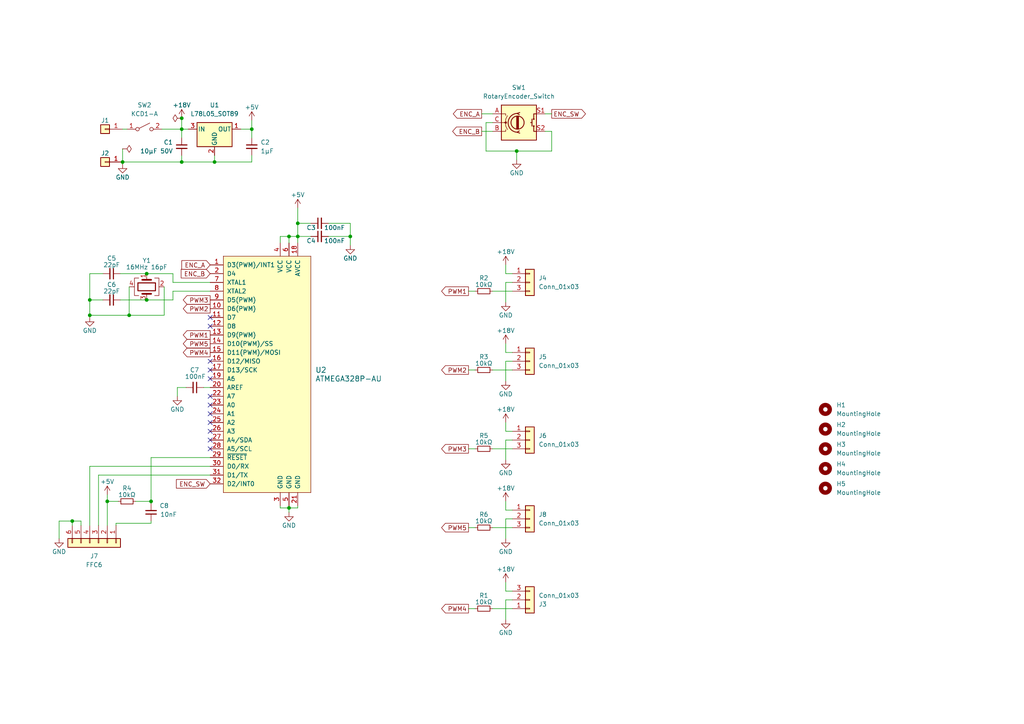
<source format=kicad_sch>
(kicad_sch (version 20230121) (generator eeschema)
  (paper "A4")
  (title_block (title "DeLight Omni Controller") (company "Retronics - Bjørner Sandom"))
  (lib_symbols
    (symbol "Connector_Generic:Conn_01x01" (pin_names (offset 1.016) hide)
      (property "Reference" "J" (at 0 2.54 0))
      (property "Value" "Conn_01x01" (at 0 -2.54 0))
      (symbol "Conn_01x01_1_1"
        (rectangle (start -1.27 0.127) (end 0 -0.127) (stroke (width 0.1524)))
        (rectangle (start -1.27 1.27) (end 1.27 -1.27) (stroke (width 0.254)) (fill (type background)))
        (pin passive line (at -5.08 0 0) (length 3.81) (name "Pin_1") (number "1"))
      )
    )
    (symbol "Connector_Generic:Conn_01x03" (pin_names (offset 1.016) hide)
      (property "Reference" "J" (at 0 5.08 0))
      (property "Value" "Conn_01x03" (at 0 -5.08 0))
      (symbol "Conn_01x03_1_1"
        (rectangle (start -1.27 -2.413) (end 0 -2.667) (stroke (width 0.1524)))
        (rectangle (start -1.27 0.127) (end 0 -0.127) (stroke (width 0.1524)))
        (rectangle (start -1.27 2.667) (end 0 2.413) (stroke (width 0.1524)))
        (rectangle (start -1.27 3.81) (end 1.27 -3.81) (stroke (width 0.254)) (fill (type background)))
        (pin passive line (at -5.08 2.54 0) (length 3.81) (name "Pin_1") (number "1"))
        (pin passive line (at -5.08 0 0) (length 3.81) (name "Pin_2") (number "2"))
        (pin passive line (at -5.08 -2.54 0) (length 3.81) (name "Pin_3") (number "3"))
      )
    )
    (symbol "Connector_Generic:Conn_01x06" (pin_names (offset 1.016) hide)
      (property "Reference" "J" (at 0 7.62 0))
      (property "Value" "Conn_01x06" (at 0 -10.16 0))
      (symbol "Conn_01x06_1_1"
        (rectangle (start -1.27 -7.493) (end 0 -7.747) (stroke (width 0.1524)))
        (rectangle (start -1.27 -4.953) (end 0 -5.207) (stroke (width 0.1524)))
        (rectangle (start -1.27 -2.413) (end 0 -2.667) (stroke (width 0.1524)))
        (rectangle (start -1.27 0.127) (end 0 -0.127) (stroke (width 0.1524)))
        (rectangle (start -1.27 2.667) (end 0 2.413) (stroke (width 0.1524)))
        (rectangle (start -1.27 5.207) (end 0 4.953) (stroke (width 0.1524)))
        (rectangle (start -1.27 6.35) (end 1.27 -8.89) (stroke (width 0.254)) (fill (type background)))
        (pin passive line (at -5.08 5.08 0) (length 3.81) (name "Pin_1") (number "1"))
        (pin passive line (at -5.08 2.54 0) (length 3.81) (name "Pin_2") (number "2"))
        (pin passive line (at -5.08 0 0) (length 3.81) (name "Pin_3") (number "3"))
        (pin passive line (at -5.08 -2.54 0) (length 3.81) (name "Pin_4") (number "4"))
        (pin passive line (at -5.08 -5.08 0) (length 3.81) (name "Pin_5") (number "5"))
        (pin passive line (at -5.08 -7.62 0) (length 3.81) (name "Pin_6") (number "6"))
      )
    )
    (symbol "Device:C_Small" (pin_numbers hide) (pin_names (offset 0.254) hide)
      (property "Reference" "C" (at 0.254 1.778 0))
      (property "Value" "C_Small" (at 0.254 -2.032 0))
      (symbol "C_Small_0_1"
        (polyline (pts (xy -1.524 -0.508) (xy 1.524 -0.508)) (stroke (width 0.3302)))
        (polyline (pts (xy -1.524 0.508) (xy 1.524 0.508)) (stroke (width 0.3048)))
      )
      (symbol "C_Small_1_1"
        (pin passive line (at 0 2.54 270) (length 2.032) (name "~") (number "1"))
        (pin passive line (at 0 -2.54 90) (length 2.032) (name "~") (number "2"))
      )
    )
    (symbol "Device:Crystal_GND24" (pin_names (offset 1.016) hide)
      (property "Reference" "Y" (at 3.175 5.08 0))
      (property "Value" "Crystal_GND24" (at 3.175 3.175 0))
      (symbol "Crystal_GND24_0_1"
        (rectangle (start -1.143 2.54) (end 1.143 -2.54) (stroke (width 0.3048)))
        (polyline (pts (xy -2.54 0) (xy -2.032 0)))
        (polyline (pts (xy -2.032 -1.27) (xy -2.032 1.27)) (stroke (width 0.508)))
        (polyline (pts (xy 0 -3.81) (xy 0 -3.556)))
        (polyline (pts (xy 0 3.556) (xy 0 3.81)))
        (polyline (pts (xy 2.032 -1.27) (xy 2.032 1.27)) (stroke (width 0.508)))
        (polyline (pts (xy 2.032 0) (xy 2.54 0)))
        (polyline (pts (xy -2.54 -2.286) (xy -2.54 -3.556) (xy 2.54 -3.556) (xy 2.54 -2.286)))
        (polyline (pts (xy -2.54 2.286) (xy -2.54 3.556) (xy 2.54 3.556) (xy 2.54 2.286)))
      )
      (symbol "Crystal_GND24_1_1"
        (pin passive line (at -3.81 0 0) (length 1.27) (name "1") (number "1"))
        (pin passive line (at 0 5.08 270) (length 1.27) (name "2") (number "2"))
        (pin passive line (at 3.81 0 180) (length 1.27) (name "3") (number "3"))
        (pin passive line (at 0 -5.08 90) (length 1.27) (name "4") (number "4"))
      )
    )
    (symbol "Device:R_Small" (pin_numbers hide) (pin_names (offset 0.254) hide)
      (property "Reference" "R" (at 0.762 0.508 0))
      (property "Value" "R_Small" (at 0.762 -1.016 0))
      (symbol "R_Small_0_1"
        (rectangle (start -0.762 1.778) (end 0.762 -1.778) (stroke (width 0.2032)))
      )
      (symbol "R_Small_1_1"
        (pin passive line (at 0 2.54 270) (length 0.762) (name "~") (number "1"))
        (pin passive line (at 0 -2.54 90) (length 0.762) (name "~") (number "2"))
      )
    )
    (symbol "Device:RotaryEncoder_Switch" (pin_names (offset 0.254) hide)
      (property "Reference" "SW" (at 0 6.604 0))
      (property "Value" "RotaryEncoder_Switch" (at 0 -6.604 0))
      (symbol "RotaryEncoder_Switch_0_1"
        (rectangle (start -5.08 5.08) (end 5.08 -5.08) (stroke (width 0.254)) (fill (type background)))
        (circle (center -3.81 0) (radius 0.254) (fill (type outline)))
        (circle (center -0.381 0) (radius 1.905) (stroke (width 0.254)))
        (arc (start -0.381 2.667) (mid -3.0988 -0.0635) (end -0.381 -2.794) (stroke (width 0.254)))
        (polyline (pts (xy -0.635 -1.778) (xy -0.635 1.778)) (stroke (width 0.254)))
        (polyline (pts (xy -0.381 -1.778) (xy -0.381 1.778)) (stroke (width 0.254)))
        (polyline (pts (xy -0.127 1.778) (xy -0.127 -1.778)) (stroke (width 0.254)))
        (polyline (pts (xy 3.81 0) (xy 3.429 0)) (stroke (width 0.254)))
        (polyline (pts (xy 3.81 1.016) (xy 3.81 -1.016)) (stroke (width 0.254)))
        (polyline (pts (xy -5.08 -2.54) (xy -3.81 -2.54) (xy -3.81 -2.032)))
        (polyline (pts (xy -5.08 2.54) (xy -3.81 2.54) (xy -3.81 2.032)))
        (polyline (pts (xy 0.254 -3.048) (xy -0.508 -2.794) (xy 0.127 -2.413)) (stroke (width 0.254)))
        (polyline (pts (xy 0.254 2.921) (xy -0.508 2.667) (xy 0.127 2.286)) (stroke (width 0.254)))
        (polyline (pts (xy 5.08 -2.54) (xy 4.318 -2.54) (xy 4.318 -1.016)) (stroke (width 0.254)))
        (polyline (pts (xy 5.08 2.54) (xy 4.318 2.54) (xy 4.318 1.016)) (stroke (width 0.254)))
        (polyline (pts (xy -5.08 0) (xy -3.81 0) (xy -3.81 -1.016) (xy -3.302 -2.032)))
        (polyline (pts (xy -4.318 0) (xy -3.81 0) (xy -3.81 1.016) (xy -3.302 2.032)))
        (circle (center 4.318 -1.016) (radius 0.127) (stroke (width 0.254)))
        (circle (center 4.318 1.016) (radius 0.127) (stroke (width 0.254)))
      )
      (symbol "RotaryEncoder_Switch_1_1"
        (pin passive line (at -7.62 2.54 0) (length 2.54) (name "A") (number "A"))
        (pin passive line (at -7.62 -2.54 0) (length 2.54) (name "B") (number "B"))
        (pin passive line (at -7.62 0 0) (length 2.54) (name "C") (number "C"))
        (pin passive line (at 7.62 2.54 180) (length 2.54) (name "S1") (number "S1"))
        (pin passive line (at 7.62 -2.54 180) (length 2.54) (name "S2") (number "S2"))
      )
    )
    (symbol "Mechanical:MountingHole" (pin_names (offset 1.016))
      (property "Reference" "H" (at 0 5.08 0))
      (property "Value" "MountingHole" (at 0 3.175 0))
      (symbol "MountingHole_0_1"
        (circle (center 0 0) (radius 1.27) (stroke (width 1.27)))
      )
    )
    (symbol "Regulator_Linear:L78L05_SOT89" (pin_names (offset 0.254))
      (property "Reference" "U" (at -3.81 3.175 0))
      (property "Value" "L78L05_SOT89" (at -0.635 3.175 0))
      (symbol "L78L05_SOT89_0_1"
        (rectangle (start -5.08 1.905) (end 5.08 -5.08) (stroke (width 0.254)) (fill (type background)))
      )
      (symbol "L78L05_SOT89_1_1"
        (pin power_out line (at 7.62 0 180) (length 2.54) (name "OUT") (number "1"))
        (pin power_in line (at 0 -7.62 90) (length 2.54) (name "GND") (number "2"))
        (pin power_in line (at -7.62 0 0) (length 2.54) (name "IN") (number "3"))
      )
    )
    (symbol "Retronics_Microcontrollers:ATMEGA328P-AU" (pin_names (offset 1.016))
      (property "Reference" "U" (at -8.89 38.1 0))
      (property "Value" "ATMEGA328P-AU" (at 13.97 1.27 90))
      (symbol "ATMEGA328P-AU_0_1"
        (rectangle (start 16.51 35.56) (end -8.89 -33.02) (fill (type background)))
      )
      (symbol "ATMEGA328P-AU_1_1"
        (pin bidirectional line (at -12.7 33.02 0) (length 3.81) (name "D3(PWM)/INT1") (number "1"))
        (pin bidirectional line (at -12.7 20.32 0) (length 3.81) (name "D6(PWM)") (number "10"))
        (pin bidirectional line (at -12.7 17.78 0) (length 3.81) (name "D7") (number "11"))
        (pin bidirectional line (at -12.7 15.24 0) (length 3.81) (name "D8") (number "12"))
        (pin bidirectional line (at -12.7 12.7 0) (length 3.81) (name "D9(PWM)") (number "13"))
        (pin bidirectional line (at -12.7 10.16 0) (length 3.81) (name "D10(PWM)/SS") (number "14"))
        (pin bidirectional line (at -12.7 7.62 0) (length 3.81) (name "D11(PWM)/MOSI") (number "15"))
        (pin bidirectional line (at -12.7 5.08 0) (length 3.81) (name "D12/MISO") (number "16"))
        (pin bidirectional line (at -12.7 2.54 0) (length 3.81) (name "D13/SCK") (number "17"))
        (pin power_in line (at 12.7 39.37 270) (length 3.81) (name "AVCC") (number "18"))
        (pin input line (at -12.7 0 0) (length 3.81) (name "A6") (number "19"))
        (pin bidirectional line (at -12.7 30.48 0) (length 3.81) (name "D4") (number "2"))
        (pin input line (at -12.7 -2.54 0) (length 3.81) (name "AREF") (number "20"))
        (pin power_in line (at 12.7 -36.83 90) (length 3.81) (name "GND") (number "21"))
        (pin input line (at -12.7 -5.08 0) (length 3.81) (name "A7") (number "22"))
        (pin bidirectional line (at -12.7 -7.62 0) (length 3.81) (name "A0") (number "23"))
        (pin bidirectional line (at -12.7 -10.16 0) (length 3.81) (name "A1") (number "24"))
        (pin bidirectional line (at -12.7 -12.7 0) (length 3.81) (name "A2") (number "25"))
        (pin bidirectional line (at -12.7 -15.24 0) (length 3.81) (name "A3") (number "26"))
        (pin bidirectional line (at -12.7 -17.78 0) (length 3.81) (name "A4/SDA") (number "27"))
        (pin bidirectional line (at -12.7 -20.32 0) (length 3.81) (name "A5/SCL") (number "28"))
        (pin bidirectional line (at -12.7 -22.86 0) (length 3.81) (name "~{RESET}") (number "29"))
        (pin power_in line (at 7.62 -36.83 90) (length 3.81) (name "GND") (number "3"))
        (pin bidirectional line (at -12.7 -25.4 0) (length 3.81) (name "D0/RX") (number "30"))
        (pin bidirectional line (at -12.7 -27.94 0) (length 3.81) (name "D1/TX") (number "31"))
        (pin bidirectional line (at -12.7 -30.48 0) (length 3.81) (name "D2/INT0") (number "32"))
        (pin power_in line (at 7.62 39.37 270) (length 3.81) (name "VCC") (number "4"))
        (pin power_in line (at 10.16 -36.83 90) (length 3.81) (name "GND") (number "5"))
        (pin power_in line (at 10.16 39.37 270) (length 3.81) (name "VCC") (number "6"))
        (pin bidirectional line (at -12.7 27.94 0) (length 3.81) (name "XTAL1") (number "7"))
        (pin bidirectional line (at -12.7 25.4 0) (length 3.81) (name "XTAL2") (number "8"))
        (pin bidirectional line (at -12.7 22.86 0) (length 3.81) (name "D5(PWM)") (number "9"))
      )
    )
    (symbol "Retronics_PowerSymbols:+18V" (power) (pin_names (offset 0))
      (property "Value" "+18V" (at 0 3.556 0))
      (symbol "+18V_0_1"
        (polyline (pts (xy -0.762 1.27) (xy 0 2.54)))
        (polyline (pts (xy 0 0) (xy 0 2.54)))
        (polyline (pts (xy 0 2.54) (xy 0.762 1.27)))
      )
      (symbol "+18V_1_1"
        (pin power_in line (at 0 0 90) (length 0) hide (name "+18V") (number "1"))
      )
    )
    (symbol "Switch:SW_SPST" (pin_names (offset 0) hide)
      (property "Reference" "SW" (at 0 3.175 0))
      (property "Value" "SW_SPST" (at 0 -2.54 0))
      (symbol "SW_SPST_0_0"
        (circle (center -2.032 0) (radius 0.508))
        (polyline (pts (xy -1.524 0.254) (xy 1.524 1.778)))
        (circle (center 2.032 0) (radius 0.508))
      )
      (symbol "SW_SPST_1_1"
        (pin passive line (at -5.08 0 0) (length 2.54) (name "A") (number "1"))
        (pin passive line (at 5.08 0 180) (length 2.54) (name "B") (number "2"))
      )
    )
    (symbol "power:+5V" (power) (pin_names (offset 0))
      (property "Value" "+5V" (at 0 3.556 0))
      (symbol "+5V_0_1"
        (polyline (pts (xy -0.762 1.27) (xy 0 2.54)))
        (polyline (pts (xy 0 0) (xy 0 2.54)))
        (polyline (pts (xy 0 2.54) (xy 0.762 1.27)))
      )
      (symbol "+5V_1_1"
        (pin power_in line (at 0 0 90) (length 0) hide (name "+5V") (number "1"))
      )
    )
    (symbol "power:GND" (power) (pin_names (offset 0))
      (property "Value" "GND" (at 0 -3.81 0))
      (symbol "GND_0_1"
        (polyline (pts (xy 0 0) (xy 0 -1.27) (xy 1.27 -1.27) (xy 0 -2.54) (xy -1.27 -1.27) (xy 0 -1.27)))
      )
      (symbol "GND_1_1"
        (pin power_in line (at 0 0 270) (length 0) hide (name "GND") (number "1"))
      )
    )
    (symbol "power:PWR_FLAG" (power) (pin_numbers hide) (pin_names (offset 0) hide)
      (property "Value" "PWR_FLAG" (at 0 3.81 0))
      (symbol "PWR_FLAG_0_0"
        (pin power_out line (at 0 0 90) (length 0) (name "pwr") (number "1"))
      )
      (symbol "PWR_FLAG_0_1"
        (polyline (pts (xy 0 0) (xy 0 1.27) (xy -1.016 1.905) (xy 0 2.54) (xy 1.016 1.905) (xy 0 1.27)))
      )
    )
  )
  (junction (at 52.705 37.465))
  (junction (at 86.36 68.58))
  (junction (at 73.025 37.465))
  (junction (at 52.705 46.99))
  (junction (at 31.115 145.415))
  (junction (at 26.035 86.995))
  (junction (at 83.82 68.58))
  (junction (at 35.56 46.99))
  (junction (at 26.035 91.44))
  (junction (at 42.545 79.375))
  (junction (at 37.465 91.44))
  (junction (at 20.955 151.13))
  (junction (at 83.82 147.32))
  (junction (at 149.86 43.815))
  (junction (at 62.23 46.99))
  (junction (at 86.36 64.77))
  (junction (at 43.815 145.415))
  (junction (at 52.705 34.29))
  (junction (at 101.6 68.58))
  (junction (at 42.545 86.995))
  (no_connect (at 60.96 109.855))
  (no_connect (at 60.96 127.635))
  (no_connect (at 60.96 114.935))
  (no_connect (at 60.96 130.175))
  (no_connect (at 60.96 92.075))
  (no_connect (at 60.96 94.615))
  (no_connect (at 60.96 104.775))
  (no_connect (at 60.96 120.015))
  (no_connect (at 60.96 125.095))
  (no_connect (at 60.96 107.315))
  (no_connect (at 60.96 117.475))
  (no_connect (at 60.96 122.555))
  (wire (pts (xy 34.925 79.375) (xy 42.545 79.375)))
  (wire (pts (xy 28.575 137.795) (xy 60.96 137.795)))
  (wire (pts (xy 17.145 151.13) (xy 20.955 151.13)))
  (wire (pts (xy 26.035 91.44) (xy 37.465 91.44)))
  (wire (pts (xy 158.115 33.02) (xy 160.02 33.02)))
  (wire (pts (xy 101.6 64.77) (xy 101.6 68.58)))
  (wire (pts (xy 146.685 125.095) (xy 148.59 125.095)))
  (wire (pts (xy 149.86 43.815) (xy 140.97 43.815)))
  (wire (pts (xy 146.685 173.99) (xy 148.59 173.99)))
  (wire (pts (xy 135.89 176.53) (xy 137.795 176.53)))
  (wire (pts (xy 26.035 79.375) (xy 29.845 79.375)))
  (wire (pts (xy 43.815 151.765) (xy 43.815 151.13)))
  (wire (pts (xy 37.465 91.44) (xy 37.465 83.185)))
  (wire (pts (xy 31.115 145.415) (xy 34.29 145.415)))
  (wire (pts (xy 86.36 64.77) (xy 86.36 68.58)))
  (wire (pts (xy 26.035 135.255) (xy 26.035 152.4)))
  (wire (pts (xy 142.875 153.035) (xy 148.59 153.035)))
  (wire (pts (xy 69.85 37.465) (xy 73.025 37.465)))
  (wire (pts (xy 73.025 37.465) (xy 73.025 40.005)))
  (wire (pts (xy 43.815 132.715) (xy 43.815 145.415)))
  (wire (pts (xy 23.495 152.4) (xy 23.495 151.13)))
  (wire (pts (xy 29.845 86.995) (xy 26.035 86.995)))
  (wire (pts (xy 26.035 86.995) (xy 26.035 79.375)))
  (wire (pts (xy 146.685 156.21) (xy 146.685 150.495)))
  (wire (pts (xy 146.685 99.695) (xy 146.685 102.235)))
  (wire (pts (xy 35.56 43.18) (xy 35.56 46.99)))
  (wire (pts (xy 37.465 91.44) (xy 47.625 91.44)))
  (wire (pts (xy 52.705 45.085) (xy 52.705 46.99)))
  (wire (pts (xy 50.165 79.375) (xy 50.165 81.915)))
  (wire (pts (xy 50.165 84.455) (xy 60.96 84.455)))
  (wire (pts (xy 73.025 45.085) (xy 73.025 46.99)))
  (wire (pts (xy 149.86 43.815) (xy 160.02 43.815)))
  (wire (pts (xy 53.975 112.395) (xy 51.435 112.395)))
  (wire (pts (xy 146.685 79.375) (xy 148.59 79.375)))
  (wire (pts (xy 146.685 127.635) (xy 148.59 127.635)))
  (wire (pts (xy 33.655 152.4) (xy 33.655 151.765)))
  (wire (pts (xy 139.7 38.1) (xy 142.875 38.1)))
  (wire (pts (xy 39.37 145.415) (xy 43.815 145.415)))
  (wire (pts (xy 20.955 151.13) (xy 23.495 151.13)))
  (wire (pts (xy 160.02 43.815) (xy 160.02 38.1)))
  (wire (pts (xy 73.025 34.925) (xy 73.025 37.465)))
  (wire (pts (xy 83.82 146.685) (xy 83.82 147.32)))
  (wire (pts (xy 26.035 91.44) (xy 26.035 86.995)))
  (wire (pts (xy 83.82 147.32) (xy 86.36 147.32)))
  (wire (pts (xy 73.025 46.99) (xy 62.23 46.99)))
  (wire (pts (xy 146.685 104.775) (xy 148.59 104.775)))
  (wire (pts (xy 142.875 130.175) (xy 148.59 130.175)))
  (wire (pts (xy 86.36 64.77) (xy 90.17 64.77)))
  (wire (pts (xy 86.36 68.58) (xy 86.36 70.485)))
  (wire (pts (xy 146.685 168.91) (xy 146.685 171.45)))
  (wire (pts (xy 17.145 156.21) (xy 17.145 151.13)))
  (wire (pts (xy 86.36 68.58) (xy 90.17 68.58)))
  (wire (pts (xy 52.705 37.465) (xy 52.705 40.005)))
  (wire (pts (xy 28.575 137.795) (xy 28.575 152.4)))
  (wire (pts (xy 60.96 112.395) (xy 59.055 112.395)))
  (wire (pts (xy 146.685 150.495) (xy 148.59 150.495)))
  (wire (pts (xy 135.89 130.175) (xy 137.795 130.175)))
  (wire (pts (xy 146.685 81.915) (xy 148.59 81.915)))
  (wire (pts (xy 146.685 102.235) (xy 148.59 102.235)))
  (wire (pts (xy 43.815 145.415) (xy 43.815 146.05)))
  (wire (pts (xy 81.28 70.485) (xy 81.28 68.58)))
  (wire (pts (xy 146.685 171.45) (xy 148.59 171.45)))
  (wire (pts (xy 52.705 46.99) (xy 35.56 46.99)))
  (wire (pts (xy 135.89 84.455) (xy 137.795 84.455)))
  (wire (pts (xy 140.97 43.815) (xy 140.97 35.56)))
  (wire (pts (xy 50.165 81.915) (xy 60.96 81.915)))
  (wire (pts (xy 83.82 68.58) (xy 83.82 70.485)))
  (wire (pts (xy 146.685 133.35) (xy 146.685 127.635)))
  (wire (pts (xy 31.115 143.51) (xy 31.115 145.415)))
  (wire (pts (xy 86.36 60.325) (xy 86.36 64.77)))
  (wire (pts (xy 146.685 145.415) (xy 146.685 147.955)))
  (wire (pts (xy 139.7 33.02) (xy 142.875 33.02)))
  (wire (pts (xy 83.82 68.58) (xy 86.36 68.58)))
  (wire (pts (xy 146.685 179.705) (xy 146.685 173.99)))
  (wire (pts (xy 26.035 92.075) (xy 26.035 91.44)))
  (wire (pts (xy 35.56 46.99) (xy 35.56 47.625)))
  (wire (pts (xy 160.02 38.1) (xy 158.115 38.1)))
  (wire (pts (xy 52.705 34.29) (xy 52.705 37.465)))
  (wire (pts (xy 46.99 37.465) (xy 52.705 37.465)))
  (wire (pts (xy 83.82 147.32) (xy 83.82 148.59)))
  (wire (pts (xy 146.685 147.955) (xy 148.59 147.955)))
  (wire (pts (xy 52.705 37.465) (xy 54.61 37.465)))
  (wire (pts (xy 142.875 176.53) (xy 148.59 176.53)))
  (wire (pts (xy 35.56 37.465) (xy 36.83 37.465)))
  (wire (pts (xy 43.815 132.715) (xy 60.96 132.715)))
  (wire (pts (xy 135.89 107.315) (xy 137.795 107.315)))
  (wire (pts (xy 34.925 86.995) (xy 42.545 86.995)))
  (wire (pts (xy 81.28 146.685) (xy 81.28 147.32)))
  (wire (pts (xy 50.165 84.455) (xy 50.165 86.995)))
  (wire (pts (xy 146.685 87.63) (xy 146.685 81.915)))
  (wire (pts (xy 95.25 68.58) (xy 101.6 68.58)))
  (wire (pts (xy 142.875 107.315) (xy 148.59 107.315)))
  (wire (pts (xy 47.625 91.44) (xy 47.625 83.185)))
  (wire (pts (xy 42.545 86.995) (xy 50.165 86.995)))
  (wire (pts (xy 142.875 84.455) (xy 148.59 84.455)))
  (wire (pts (xy 146.685 76.835) (xy 146.685 79.375)))
  (wire (pts (xy 62.23 45.085) (xy 62.23 46.99)))
  (wire (pts (xy 52.705 46.99) (xy 62.23 46.99)))
  (wire (pts (xy 101.6 71.12) (xy 101.6 68.58)))
  (wire (pts (xy 33.655 151.765) (xy 43.815 151.765)))
  (wire (pts (xy 81.28 147.32) (xy 83.82 147.32)))
  (wire (pts (xy 31.115 145.415) (xy 31.115 152.4)))
  (wire (pts (xy 86.36 146.685) (xy 86.36 147.32)))
  (wire (pts (xy 20.955 151.13) (xy 20.955 152.4)))
  (wire (pts (xy 146.685 122.555) (xy 146.685 125.095)))
  (wire (pts (xy 149.86 46.355) (xy 149.86 43.815)))
  (wire (pts (xy 81.28 68.58) (xy 83.82 68.58)))
  (wire (pts (xy 26.035 135.255) (xy 60.96 135.255)))
  (wire (pts (xy 51.435 112.395) (xy 51.435 114.935)))
  (wire (pts (xy 42.545 79.375) (xy 50.165 79.375)))
  (wire (pts (xy 140.97 35.56) (xy 142.875 35.56)))
  (wire (pts (xy 146.685 110.49) (xy 146.685 104.775)))
  (wire (pts (xy 95.25 64.77) (xy 101.6 64.77)))
  (wire (pts (xy 135.89 153.035) (xy 137.795 153.035)))
  (global_label "PWM1" (shape output) (at 135.89 84.455 180) (property "Intersheetrefs" "${INTERSHEET_REFS}" (effects hide)))
  (global_label "ENC_A" (shape output) (at 139.7 33.02 180) (property "Intersheetrefs" "${INTERSHEET_REFS}" (effects hide)))
  (global_label "ENC_B" (shape input) (at 60.96 79.375 180) (property "Intersheetrefs" "${INTERSHEET_REFS}" (effects hide)))
  (global_label "PWM2" (shape output) (at 135.89 107.315 180) (property "Intersheetrefs" "${INTERSHEET_REFS}" (effects hide)))
  (global_label "PWM1" (shape output) (at 60.96 97.155 180) (property "Intersheetrefs" "${INTERSHEET_REFS}" (effects hide)))
  (global_label "ENC_A" (shape input) (at 60.96 76.835 180) (property "Intersheetrefs" "${INTERSHEET_REFS}" (effects hide)))
  (global_label "PWM2" (shape output) (at 60.96 89.535 180) (property "Intersheetrefs" "${INTERSHEET_REFS}" (effects hide)))
  (global_label "PWM4" (shape output) (at 60.96 102.235 180) (property "Intersheetrefs" "${INTERSHEET_REFS}" (effects hide)))
  (global_label "PWM5" (shape output) (at 60.96 99.695 180) (property "Intersheetrefs" "${INTERSHEET_REFS}" (effects hide)))
  (global_label "PWM4" (shape output) (at 135.89 176.53 180) (property "Intersheetrefs" "${INTERSHEET_REFS}" (effects hide)))
  (global_label "ENC_B" (shape output) (at 139.7 38.1 180) (property "Intersheetrefs" "${INTERSHEET_REFS}" (effects hide)))
  (global_label "PWM3" (shape output) (at 60.96 86.995 180) (property "Intersheetrefs" "${INTERSHEET_REFS}" (effects hide)))
  (global_label "PWM5" (shape output) (at 135.89 153.035 180) (property "Intersheetrefs" "${INTERSHEET_REFS}" (effects hide)))
  (global_label "ENC_SW" (shape input) (at 60.96 140.335 180) (property "Intersheetrefs" "${INTERSHEET_REFS}" (effects hide)))
  (global_label "PWM3" (shape output) (at 135.89 130.175 180) (property "Intersheetrefs" "${INTERSHEET_REFS}" (effects hide)))
  (global_label "ENC_SW" (shape output) (at 160.02 33.02 0) (property "Intersheetrefs" "${INTERSHEET_REFS}" (effects hide)))
  (symbol (lib_id "Device:R_Small") (at 36.83 145.415 90) (unit 1)
    (property "Reference" "R4" (at 36.83 141.605 90))
    (property "Value" "10kΩ" (at 36.83 143.51 90))
    (property "Footprint" "Retronics_Passives:R_0603_1608Metric_Pad0.98x0.95mm_HandSolder" (effects hide))
  )
  (symbol (lib_id "Mechanical:MountingHole") (at 239.395 124.46 0) (unit 1)
    (property "Reference" "H2" (at 242.57 123.19 0) (effects (justify left)))
    (property "Value" "MountingHole" (at 242.57 125.73 0) (effects (justify left)))
    (property "Footprint" "MountingHole:MountingHole_3.2mm_M3" (effects hide))
  )
  (symbol (lib_id "Device:C_Small") (at 52.705 42.545 0) (unit 1)
    (property "Reference" "C1" (at 50.165 41.2813 0) (effects (justify right)))
    (property "Value" "10µF 50V" (at 50.165 43.8213 0) (effects (justify right)))
    (property "Footprint" "Retronics_Passives:C_0805_2012Metric_Pad1.18x1.45mm_HandSolder" (effects hide))
  )
  (symbol (lib_id "Device:R_Small") (at 140.335 153.035 90) (unit 1)
    (property "Reference" "R6" (at 140.335 149.225 90))
    (property "Value" "10kΩ" (at 140.335 151.13 90))
    (property "Footprint" "Retronics_Passives:R_0603_1608Metric_Pad0.98x0.95mm_HandSolder" (effects hide))
  )
  (symbol (lib_id "power:GND") (at 51.435 114.935 0) (mirror y) (unit 1)
    (property "Reference" "#PWR012" (effects hide))
    (property "Value" "GND" (at 51.435 118.745 0))
  )
  (symbol (lib_id "Device:Crystal_GND24") (at 42.545 83.185 270) (unit 1)
    (property "Reference" "Y1" (at 42.545 75.565 90))
    (property "Value" "16MHz 16pF" (at 42.545 77.47 90))
    (property "Footprint" "Crystal:Crystal_SMD_SeikoEpson_TSX3225-4Pin_3.2x2.5mm" (effects hide))
  )
  (symbol (lib_id "power:PWR_FLAG") (at 52.705 34.29 90) (unit 1)
    (property "Reference" "#FLG01" (effects hide))
    (property "Value" "PWR_FLAG" (effects hide))
  )
  (symbol (lib_id "Connector_Generic:Conn_01x03") (at 153.67 127.635 0) (unit 1)
    (property "Reference" "J6" (at 156.21 126.365 0) (effects (justify left)))
    (property "Value" "Conn_01x03" (at 156.21 128.905 0) (effects (justify left)))
    (property "Footprint" "Retronics_Connectors:Pads_3_2.5x2.5mm_5mmPitch" (effects hide))
  )
  (symbol (lib_id "power:GND") (at 146.685 87.63 0) (unit 1)
    (property "Reference" "#PWR011" (effects hide))
    (property "Value" "GND" (at 146.685 91.44 0))
  )
  (symbol (lib_id "Mechanical:MountingHole") (at 239.395 141.605 0) (unit 1)
    (property "Reference" "H5" (at 242.57 140.335 0) (effects (justify left)))
    (property "Value" "MountingHole" (at 242.57 142.875 0) (effects (justify left)))
    (property "Footprint" "MountingHole:MountingHole_3.2mm_M3" (effects hide))
  )
  (symbol (lib_id "power:GND") (at 146.685 133.35 0) (unit 1)
    (property "Reference" "#PWR019" (effects hide))
    (property "Value" "GND" (at 146.685 137.16 0))
  )
  (symbol (lib_id "power:GND") (at 83.82 148.59 0) (unit 1)
    (property "Reference" "#PWR017" (effects hide))
    (property "Value" "GND" (at 83.82 152.4 0))
  )
  (symbol (lib_id "power:PWR_FLAG") (at 35.56 43.18 270) (unit 1)
    (property "Reference" "#FLG02" (effects hide))
    (property "Value" "PWR_FLAG" (effects hide))
  )
  (symbol (lib_id "power:GND") (at 146.685 110.49 0) (unit 1)
    (property "Reference" "#PWR014" (effects hide))
    (property "Value" "GND" (at 146.685 114.3 0))
  )
  (symbol (lib_id "power:GND") (at 146.685 156.21 0) (unit 1)
    (property "Reference" "#PWR021" (effects hide))
    (property "Value" "GND" (at 146.685 160.02 0))
  )
  (symbol (lib_id "Device:RotaryEncoder_Switch") (at 150.495 35.56 0) (unit 1)
    (property "Reference" "SW1" (at 150.495 25.4 0))
    (property "Value" "RotaryEncoder_Switch" (at 150.495 27.94 0))
    (property "Footprint" "Retronics_Switches:PEC12R-2220F-S0024" (effects hide))
  )
  (symbol (lib_id "Device:R_Small") (at 140.335 84.455 90) (unit 1)
    (property "Reference" "R2" (at 140.335 80.645 90))
    (property "Value" "10kΩ" (at 140.335 82.55 90))
    (property "Footprint" "Retronics_Passives:R_0603_1608Metric_Pad0.98x0.95mm_HandSolder" (effects hide))
  )
  (symbol (lib_id "Device:C_Small") (at 92.71 68.58 90) (unit 1)
    (property "Reference" "C4" (at 88.9 69.85 90) (effects (justify right)))
    (property "Value" "100nF" (at 93.98 69.85 90) (effects (justify right)))
    (property "Footprint" "Retronics_Passives:C_0603_1608Metric_Pad1.08x0.95mm_HandSolder" (effects hide))
  )
  (symbol (lib_id "power:GND") (at 149.86 46.355 0) (unit 1)
    (property "Reference" "#PWR03" (effects hide))
    (property "Value" "GND" (at 149.86 50.165 0))
  )
  (symbol (lib_id "Retronics_PowerSymbols:+18V") (at 146.685 168.91 0) (unit 1)
    (property "Reference" "#PWR07" (effects hide))
    (property "Value" "+18V" (at 146.685 165.1 0))
  )
  (symbol (lib_id "Retronics_PowerSymbols:+18V") (at 146.685 99.695 0) (unit 1)
    (property "Reference" "#PWR013" (effects hide))
    (property "Value" "+18V" (at 146.685 95.885 0))
  )
  (symbol (lib_id "Mechanical:MountingHole") (at 239.395 135.89 0) (unit 1)
    (property "Reference" "H4" (at 242.57 134.62 0) (effects (justify left)))
    (property "Value" "MountingHole" (at 242.57 137.16 0) (effects (justify left)))
    (property "Footprint" "MountingHole:MountingHole_3.2mm_M3" (effects hide))
  )
  (symbol (lib_id "power:GND") (at 101.6 71.12 0) (unit 1)
    (property "Reference" "#PWR06" (effects hide))
    (property "Value" "GND" (at 101.6 74.93 0))
  )
  (symbol (lib_id "Device:C_Small") (at 56.515 112.395 270) (mirror x) (unit 1)
    (property "Reference" "C7" (at 57.785 107.315 90) (effects (justify right)))
    (property "Value" "100nF" (at 59.69 109.22 90) (effects (justify right)))
    (property "Footprint" "Retronics_Passives:C_0603_1608Metric_Pad1.08x0.95mm_HandSolder" (effects hide))
  )
  (symbol (lib_id "Retronics_PowerSymbols:+18V") (at 146.685 122.555 0) (unit 1)
    (property "Reference" "#PWR016" (effects hide))
    (property "Value" "+18V" (at 146.685 118.745 0))
  )
  (symbol (lib_id "Device:C_Small") (at 73.025 42.545 0) (mirror y) (unit 1)
    (property "Reference" "C2" (at 75.565 41.2813 0) (effects (justify right)))
    (property "Value" "1µF" (at 75.565 43.8213 0) (effects (justify right)))
    (property "Footprint" "Retronics_Passives:C_0805_2012Metric_Pad1.18x1.45mm_HandSolder" (effects hide))
  )
  (symbol (lib_id "Device:R_Small") (at 140.335 130.175 90) (unit 1)
    (property "Reference" "R5" (at 140.335 126.365 90))
    (property "Value" "10kΩ" (at 140.335 128.27 90))
    (property "Footprint" "Retronics_Passives:R_0603_1608Metric_Pad0.98x0.95mm_HandSolder" (effects hide))
  )
  (symbol (lib_id "power:GND") (at 17.145 156.21 0) (unit 1)
    (property "Reference" "#PWR018" (effects hide))
    (property "Value" "GND" (at 17.145 160.02 0))
  )
  (symbol (lib_id "power:GND") (at 35.56 47.625 0) (unit 1)
    (property "Reference" "#PWR04" (effects hide))
    (property "Value" "GND" (at 35.56 51.435 0))
  )
  (symbol (lib_id "Retronics_PowerSymbols:+18V") (at 146.685 145.415 0) (unit 1)
    (property "Reference" "#PWR020" (effects hide))
    (property "Value" "+18V" (at 146.685 141.605 0))
  )
  (symbol (lib_id "Connector_Generic:Conn_01x01") (at 30.48 46.99 180) (unit 1)
    (property "Reference" "J2" (at 30.48 44.45 0))
    (property "Value" "Conn_01x01" (effects hide))
    (property "Footprint" "TestPoint:TestPoint_THTPad_D3.0mm_Drill1.5mm" (effects hide))
  )
  (symbol (lib_id "Device:C_Small") (at 43.815 148.59 0) (mirror x) (unit 1)
    (property "Reference" "C8" (at 47.625 146.685 0))
    (property "Value" "10nF" (at 48.895 149.225 0))
    (property "Footprint" "Retronics_Passives:C_0603_1608Metric_Pad1.08x0.95mm_HandSolder" (effects hide))
  )
  (symbol (lib_id "Connector_Generic:Conn_01x01") (at 30.48 37.465 180) (unit 1)
    (property "Reference" "J1" (at 30.48 34.925 0))
    (property "Value" "Conn_01x01" (effects hide))
    (property "Footprint" "TestPoint:TestPoint_THTPad_D3.0mm_Drill1.5mm" (effects hide))
  )
  (symbol (lib_id "Connector_Generic:Conn_01x03") (at 153.67 173.99 0) (mirror x) (unit 1)
    (property "Reference" "J3" (at 156.21 175.26 0) (effects (justify left)))
    (property "Value" "Conn_01x03" (at 156.21 172.72 0) (effects (justify left)))
    (property "Footprint" "Retronics_Connectors:Pads_3_2.5x2.5mm_5mmPitch" (effects hide))
  )
  (symbol (lib_id "Mechanical:MountingHole") (at 239.395 130.175 0) (unit 1)
    (property "Reference" "H3" (at 242.57 128.905 0) (effects (justify left)))
    (property "Value" "MountingHole" (at 242.57 131.445 0) (effects (justify left)))
    (property "Footprint" "MountingHole:MountingHole_3.2mm_M3" (effects hide))
  )
  (symbol (lib_id "Retronics_Microcontrollers:ATMEGA328P-AU") (at 73.66 109.855 0) (unit 1)
    (property "Reference" "U2" (at 91.44 107.315 0) (effects (font (size 1.524 1.524)) (justify left)))
    (property "Value" "ATMEGA328P-AU" (at 91.44 109.855 0) (effects (font (size 1.524 1.524)) (justify left)))
    (property "Footprint" "Retronics_MCU:TQFP-32_7x7mm_P0.8mm" (effects hide))
  )
  (symbol (lib_id "Device:C_Small") (at 32.385 86.995 270) (unit 1)
    (property "Reference" "C6" (at 32.385 82.55 90))
    (property "Value" "22pF" (at 32.385 84.455 90))
    (property "Footprint" "Retronics_Passives:C_0603_1608Metric_Pad1.08x0.95mm_HandSolder" (effects hide))
  )
  (symbol (lib_id "Connector_Generic:Conn_01x03") (at 153.67 104.775 0) (unit 1)
    (property "Reference" "J5" (at 156.21 103.505 0) (effects (justify left)))
    (property "Value" "Conn_01x03" (at 156.21 106.045 0) (effects (justify left)))
    (property "Footprint" "Retronics_Connectors:Pads_3_2.5x2.5mm_5mmPitch" (effects hide))
  )
  (symbol (lib_id "power:+5V") (at 31.115 143.51 0) (unit 1)
    (property "Reference" "#PWR015" (effects hide))
    (property "Value" "+5V" (at 31.115 139.7 0))
  )
  (symbol (lib_id "Connector_Generic:Conn_01x03") (at 153.67 150.495 0) (unit 1)
    (property "Reference" "J8" (at 156.21 149.225 0) (effects (justify left)))
    (property "Value" "Conn_01x03" (at 156.21 151.765 0) (effects (justify left)))
    (property "Footprint" "Retronics_Connectors:Pads_3_2.5x2.5mm_5mmPitch" (effects hide))
  )
  (symbol (lib_id "Device:R_Small") (at 140.335 176.53 90) (unit 1)
    (property "Reference" "R1" (at 140.335 172.72 90))
    (property "Value" "10kΩ" (at 140.335 174.625 90))
    (property "Footprint" "Retronics_Passives:R_0603_1608Metric_Pad0.98x0.95mm_HandSolder" (effects hide))
  )
  (symbol (lib_id "power:+5V") (at 73.025 34.925 0) (unit 1)
    (property "Reference" "#PWR02" (effects hide))
    (property "Value" "+5V" (at 73.025 31.115 0))
  )
  (symbol (lib_id "Device:C_Small") (at 92.71 64.77 90) (unit 1)
    (property "Reference" "C3" (at 88.9 66.04 90) (effects (justify right)))
    (property "Value" "100nF" (at 93.98 66.04 90) (effects (justify right)))
    (property "Footprint" "Retronics_Passives:C_0603_1608Metric_Pad1.08x0.95mm_HandSolder" (effects hide))
  )
  (symbol (lib_id "Device:C_Small") (at 32.385 79.375 270) (unit 1)
    (property "Reference" "C5" (at 32.385 74.93 90))
    (property "Value" "22pF" (at 32.385 76.835 90))
    (property "Footprint" "Retronics_Passives:C_0603_1608Metric_Pad1.08x0.95mm_HandSolder" (effects hide))
  )
  (symbol (lib_id "power:+5V") (at 86.36 60.325 0) (unit 1)
    (property "Reference" "#PWR05" (effects hide))
    (property "Value" "+5V" (at 86.36 56.515 0))
  )
  (symbol (lib_id "Connector_Generic:Conn_01x03") (at 153.67 81.915 0) (unit 1)
    (property "Reference" "J4" (at 156.21 80.645 0) (effects (justify left)))
    (property "Value" "Conn_01x03" (at 156.21 83.185 0) (effects (justify left)))
    (property "Footprint" "Retronics_Connectors:Pads_3_2.5x2.5mm_5mmPitch" (effects hide))
  )
  (symbol (lib_id "power:GND") (at 26.035 92.075 0) (unit 1)
    (property "Reference" "#PWR09" (effects hide))
    (property "Value" "GND" (at 26.035 95.885 0))
  )
  (symbol (lib_id "power:GND") (at 146.685 179.705 0) (unit 1)
    (property "Reference" "#PWR08" (effects hide))
    (property "Value" "GND" (at 146.685 183.515 0))
  )
  (symbol (lib_id "Switch:SW_SPST") (at 41.91 37.465 0) (unit 1)
    (property "Reference" "SW2" (at 41.91 30.48 0))
    (property "Value" "KCD1-A" (at 41.91 33.02 0))
    (property "Footprint" "Retronics_Connectors:Pads_Dual_7x2mm_6.5mmPitch" (effects hide))
  )
  (symbol (lib_id "Retronics_PowerSymbols:+18V") (at 52.705 34.29 0) (unit 1)
    (property "Reference" "#PWR01" (effects hide))
    (property "Value" "+18V" (at 52.705 30.48 0))
  )
  (symbol (lib_id "Retronics_PowerSymbols:+18V") (at 146.685 76.835 0) (unit 1)
    (property "Reference" "#PWR010" (effects hide))
    (property "Value" "+18V" (at 146.685 73.025 0))
  )
  (symbol (lib_id "Regulator_Linear:L78L05_SOT89") (at 62.23 37.465 0) (unit 1)
    (property "Reference" "U1" (at 62.23 30.48 0))
    (property "Value" "L78L05_SOT89" (at 62.23 33.02 0))
    (property "Footprint" "Retronics_IC_Power:SOT-89-3" (effects hide))
    (property "Datasheet" "http://www.st.com/content/ccc/resource/technical/document/datasheet/15/55/e5/aa/23/5b/43/fd/CD00000446.pdf/files/CD00000446.pdf/jcr:content/translations/en.CD00000446.pdf" (effects hide))
  )
  (symbol (lib_id "Mechanical:MountingHole") (at 239.395 118.745 0) (unit 1)
    (property "Reference" "H1" (at 242.57 117.475 0) (effects (justify left)))
    (property "Value" "MountingHole" (at 242.57 120.015 0) (effects (justify left)))
    (property "Footprint" "MountingHole:MountingHole_3.2mm_M3" (effects hide))
  )
  (symbol (lib_id "Device:R_Small") (at 140.335 107.315 90) (unit 1)
    (property "Reference" "R3" (at 140.335 103.505 90))
    (property "Value" "10kΩ" (at 140.335 105.41 90))
    (property "Footprint" "Retronics_Passives:R_0603_1608Metric_Pad0.98x0.95mm_HandSolder" (effects hide))
  )
  (symbol (lib_id "Connector_Generic:Conn_01x06") (at 28.575 157.48 270) (unit 1)
    (property "Reference" "J7" (at 27.305 161.29 90))
    (property "Value" "FFC6" (at 27.305 163.83 90))
    (property "Footprint" "Retronics_Connectors:FFC_0527450697" (effects hide))
  )
)
</source>
